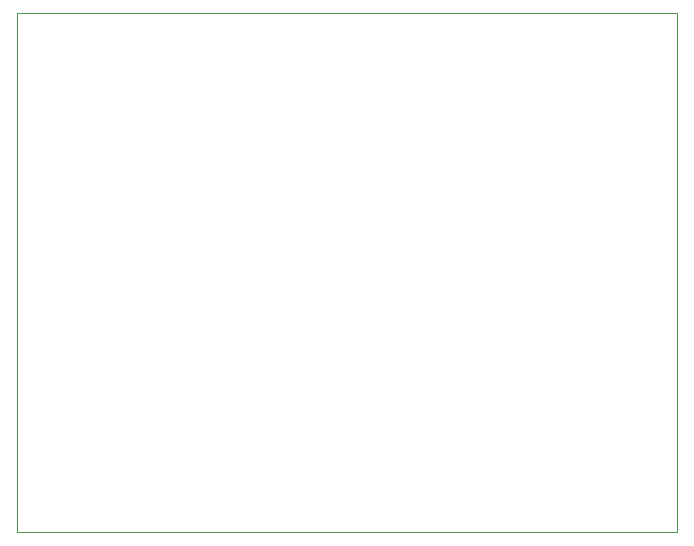
<source format=gm1>
G04 #@! TF.GenerationSoftware,KiCad,Pcbnew,(6.0.0)*
G04 #@! TF.CreationDate,2022-02-21T16:40:38+01:00*
G04 #@! TF.ProjectId,rfreplacement,72667265-706c-4616-9365-6d656e742e6b,rev?*
G04 #@! TF.SameCoordinates,Original*
G04 #@! TF.FileFunction,Profile,NP*
%FSLAX46Y46*%
G04 Gerber Fmt 4.6, Leading zero omitted, Abs format (unit mm)*
G04 Created by KiCad (PCBNEW (6.0.0)) date 2022-02-21 16:40:38*
%MOMM*%
%LPD*%
G01*
G04 APERTURE LIST*
G04 #@! TA.AperFunction,Profile*
%ADD10C,0.100000*%
G04 #@! TD*
G04 APERTURE END LIST*
D10*
X152654000Y-59690000D02*
X152654000Y-103632000D01*
X96774000Y-59690000D02*
X152654000Y-59690000D01*
X96774000Y-103632000D02*
X96774000Y-59690000D01*
X124714000Y-103632000D02*
X96774000Y-103632000D01*
X124714000Y-103632000D02*
X152654000Y-103632000D01*
M02*

</source>
